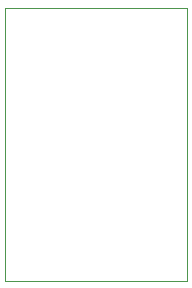
<source format=gbr>
%TF.GenerationSoftware,KiCad,Pcbnew,7.0.9-1.fc38*%
%TF.CreationDate,2024-01-22T08:05:40+08:00*%
%TF.ProjectId,PD_Decoy,50445f44-6563-46f7-992e-6b696361645f,rev?*%
%TF.SameCoordinates,Original*%
%TF.FileFunction,Profile,NP*%
%FSLAX46Y46*%
G04 Gerber Fmt 4.6, Leading zero omitted, Abs format (unit mm)*
G04 Created by KiCad (PCBNEW 7.0.9-1.fc38) date 2024-01-22 08:05:40*
%MOMM*%
%LPD*%
G01*
G04 APERTURE LIST*
%TA.AperFunction,Profile*%
%ADD10C,0.100000*%
%TD*%
G04 APERTURE END LIST*
D10*
X12075000Y-11974000D02*
X27434000Y-11974000D01*
X27434000Y-35088000D01*
X12075000Y-35088000D01*
X12075000Y-11974000D01*
M02*

</source>
